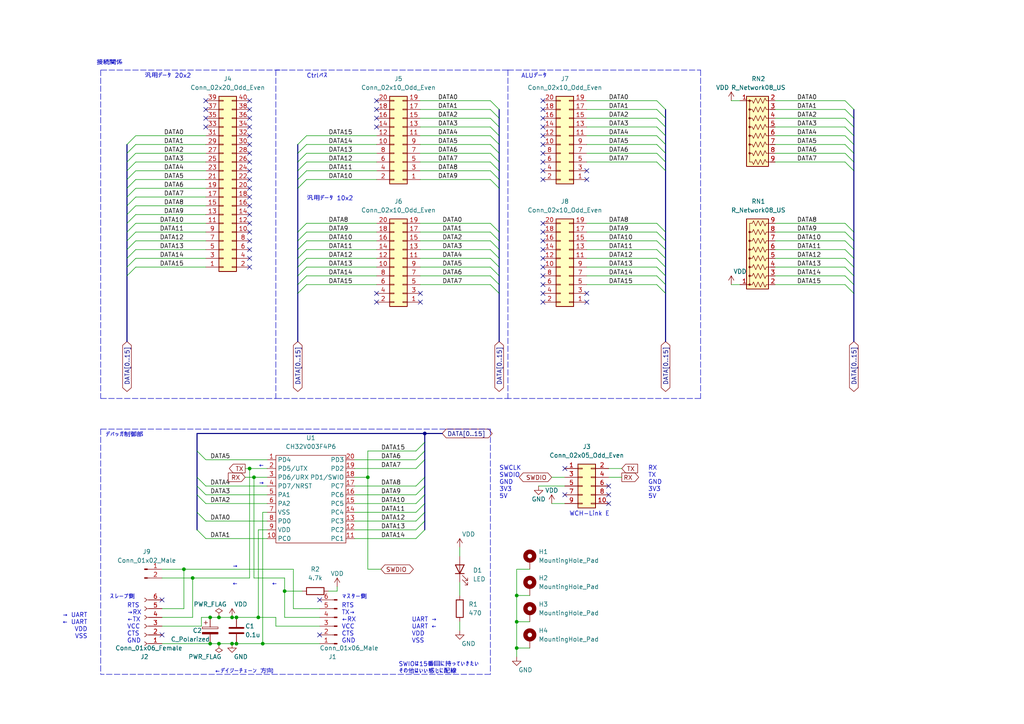
<source format=kicad_sch>
(kicad_sch (version 20211123) (generator eeschema)
  (paper "A4")
  (lib_symbols
    (symbol "CH32V:CH32V003F4P6"
      (property "Reference" "U" (at 0 0 0))
      (property "Value" "CH32V003F4P6" (at 0 2.54 0))
      (symbol "CH32V003F4P6_1_1"
        (pin bidirectional line (at -12.7 -2.54 0) (length 2.54) (name "PD4") (number "1"))
        (pin bidirectional line (at -12.7 -25.4 0) (length 2.54) (name "PC0") (number "10"))
        (pin bidirectional line (at 12.7 -25.4 180) (length 2.54) (name "PC1") (number "11"))
        (pin bidirectional line (at 12.7 -22.86 180) (length 2.54) (name "PC2") (number "12"))
        (pin bidirectional line (at 12.7 -20.32 180) (length 2.54) (name "PC3") (number "13"))
        (pin bidirectional line (at 12.7 -17.78 180) (length 2.54) (name "PC4") (number "14"))
        (pin bidirectional line (at 12.7 -15.24 180) (length 2.54) (name "PC5") (number "15"))
        (pin bidirectional line (at 12.7 -12.7 180) (length 2.54) (name "PC6") (number "16"))
        (pin bidirectional line (at 12.7 -10.16 180) (length 2.54) (name "PC7") (number "17"))
        (pin bidirectional line (at 12.7 -7.62 180) (length 2.54) (name "PD1/SWIO") (number "18"))
        (pin bidirectional line (at 12.7 -5.08 180) (length 2.54) (name "PD2") (number "19"))
        (pin bidirectional line (at -12.7 -5.08 0) (length 2.54) (name "PD5/UTX") (number "2"))
        (pin bidirectional line (at 12.7 -2.54 180) (length 2.54) (name "PD3") (number "20"))
        (pin bidirectional line (at -12.7 -7.62 0) (length 2.54) (name "PD6/URX") (number "3"))
        (pin bidirectional line (at -12.7 -10.16 0) (length 2.54) (name "PD7/NRST") (number "4"))
        (pin bidirectional line (at -12.7 -12.7 0) (length 2.54) (name "PA1") (number "5"))
        (pin bidirectional line (at -12.7 -15.24 0) (length 2.54) (name "PA2") (number "6"))
        (pin power_in line (at -12.7 -17.78 0) (length 2.54) (name "VSS") (number "7"))
        (pin bidirectional line (at -12.7 -20.32 0) (length 2.54) (name "PD0") (number "8"))
        (pin power_in line (at -12.7 -22.86 0) (length 2.54) (name "VDD") (number "9"))
      )
    )
    (symbol "Connector:Conn_01x02_Male" (pin_names (offset 1.016) hide)
      (property "Reference" "J" (at 0 2.54 0))
      (property "Value" "Conn_01x02_Male" (at 0 -5.08 0))
      (symbol "Conn_01x02_Male_1_1"
        (pin passive line (at 5.08 0 180) (length 3.81) (name "Pin_1") (number "1"))
        (pin passive line (at 5.08 -2.54 180) (length 3.81) (name "Pin_2") (number "2"))
      )
    )
    (symbol "Connector:Conn_01x06_Female" (pin_names (offset 1.016) hide)
      (property "Reference" "J" (at 0 7.62 0))
      (property "Value" "Conn_01x06_Female" (at 0 -10.16 0))
      (symbol "Conn_01x06_Female_1_1"
        (pin passive line (at -5.08 5.08 0) (length 3.81) (name "Pin_1") (number "1"))
        (pin passive line (at -5.08 2.54 0) (length 3.81) (name "Pin_2") (number "2"))
        (pin passive line (at -5.08 0 0) (length 3.81) (name "Pin_3") (number "3"))
        (pin passive line (at -5.08 -2.54 0) (length 3.81) (name "Pin_4") (number "4"))
        (pin passive line (at -5.08 -5.08 0) (length 3.81) (name "Pin_5") (number "5"))
        (pin passive line (at -5.08 -7.62 0) (length 3.81) (name "Pin_6") (number "6"))
      )
    )
    (symbol "Connector:Conn_01x06_Male" (pin_names (offset 1.016) hide)
      (property "Reference" "J" (at 0 7.62 0))
      (property "Value" "Conn_01x06_Male" (at 0 -10.16 0))
      (symbol "Conn_01x06_Male_1_1"
        (pin passive line (at 5.08 5.08 180) (length 3.81) (name "Pin_1") (number "1"))
        (pin passive line (at 5.08 2.54 180) (length 3.81) (name "Pin_2") (number "2"))
        (pin passive line (at 5.08 0 180) (length 3.81) (name "Pin_3") (number "3"))
        (pin passive line (at 5.08 -2.54 180) (length 3.81) (name "Pin_4") (number "4"))
        (pin passive line (at 5.08 -5.08 180) (length 3.81) (name "Pin_5") (number "5"))
        (pin passive line (at 5.08 -7.62 180) (length 3.81) (name "Pin_6") (number "6"))
      )
    )
    (symbol "Connector_Generic:Conn_02x05_Odd_Even" (pin_names (offset 1.016) hide)
      (property "Reference" "J" (at 1.27 7.62 0))
      (property "Value" "Conn_02x05_Odd_Even" (at 1.27 -7.62 0))
      (symbol "Conn_02x05_Odd_Even_1_1"
        (pin passive line (at -5.08 5.08 0) (length 3.81) (name "Pin_1") (number "1"))
        (pin passive line (at 7.62 -5.08 180) (length 3.81) (name "Pin_10") (number "10"))
        (pin passive line (at 7.62 5.08 180) (length 3.81) (name "Pin_2") (number "2"))
        (pin passive line (at -5.08 2.54 0) (length 3.81) (name "Pin_3") (number "3"))
        (pin passive line (at 7.62 2.54 180) (length 3.81) (name "Pin_4") (number "4"))
        (pin passive line (at -5.08 0 0) (length 3.81) (name "Pin_5") (number "5"))
        (pin passive line (at 7.62 0 180) (length 3.81) (name "Pin_6") (number "6"))
        (pin passive line (at -5.08 -2.54 0) (length 3.81) (name "Pin_7") (number "7"))
        (pin passive line (at 7.62 -2.54 180) (length 3.81) (name "Pin_8") (number "8"))
        (pin passive line (at -5.08 -5.08 0) (length 3.81) (name "Pin_9") (number "9"))
      )
    )
    (symbol "Connector_Generic:Conn_02x10_Odd_Even" (pin_names (offset 1.016) hide)
      (property "Reference" "J" (at 1.27 12.7 0))
      (property "Value" "Conn_02x10_Odd_Even" (at 1.27 -15.24 0))
      (symbol "Conn_02x10_Odd_Even_1_1"
        (pin passive line (at -5.08 10.16 0) (length 3.81) (name "Pin_1") (number "1"))
        (pin passive line (at 7.62 0 180) (length 3.81) (name "Pin_10") (number "10"))
        (pin passive line (at -5.08 -2.54 0) (length 3.81) (name "Pin_11") (number "11"))
        (pin passive line (at 7.62 -2.54 180) (length 3.81) (name "Pin_12") (number "12"))
        (pin passive line (at -5.08 -5.08 0) (length 3.81) (name "Pin_13") (number "13"))
        (pin passive line (at 7.62 -5.08 180) (length 3.81) (name "Pin_14") (number "14"))
        (pin passive line (at -5.08 -7.62 0) (length 3.81) (name "Pin_15") (number "15"))
        (pin passive line (at 7.62 -7.62 180) (length 3.81) (name "Pin_16") (number "16"))
        (pin passive line (at -5.08 -10.16 0) (length 3.81) (name "Pin_17") (number "17"))
        (pin passive line (at 7.62 -10.16 180) (length 3.81) (name "Pin_18") (number "18"))
        (pin passive line (at -5.08 -12.7 0) (length 3.81) (name "Pin_19") (number "19"))
        (pin passive line (at 7.62 10.16 180) (length 3.81) (name "Pin_2") (number "2"))
        (pin passive line (at 7.62 -12.7 180) (length 3.81) (name "Pin_20") (number "20"))
        (pin passive line (at -5.08 7.62 0) (length 3.81) (name "Pin_3") (number "3"))
        (pin passive line (at 7.62 7.62 180) (length 3.81) (name "Pin_4") (number "4"))
        (pin passive line (at -5.08 5.08 0) (length 3.81) (name "Pin_5") (number "5"))
        (pin passive line (at 7.62 5.08 180) (length 3.81) (name "Pin_6") (number "6"))
        (pin passive line (at -5.08 2.54 0) (length 3.81) (name "Pin_7") (number "7"))
        (pin passive line (at 7.62 2.54 180) (length 3.81) (name "Pin_8") (number "8"))
        (pin passive line (at -5.08 0 0) (length 3.81) (name "Pin_9") (number "9"))
      )
    )
    (symbol "Connector_Generic:Conn_02x20_Odd_Even" (pin_names (offset 1.016) hide)
      (property "Reference" "J" (at 1.27 25.4 0))
      (property "Value" "Conn_02x20_Odd_Even" (at 1.27 -27.94 0))
      (symbol "Conn_02x20_Odd_Even_1_1"
        (pin passive line (at -5.08 22.86 0) (length 3.81) (name "Pin_1") (number "1"))
        (pin passive line (at 7.62 12.7 180) (length 3.81) (name "Pin_10") (number "10"))
        (pin passive line (at -5.08 10.16 0) (length 3.81) (name "Pin_11") (number "11"))
        (pin passive line (at 7.62 10.16 180) (length 3.81) (name "Pin_12") (number "12"))
        (pin passive line (at -5.08 7.62 0) (length 3.81) (name "Pin_13") (number "13"))
        (pin passive line (at 7.62 7.62 180) (length 3.81) (name "Pin_14") (number "14"))
        (pin passive line (at -5.08 5.08 0) (length 3.81) (name "Pin_15") (number "15"))
        (pin passive line (at 7.62 5.08 180) (length 3.81) (name "Pin_16") (number "16"))
        (pin passive line (at -5.08 2.54 0) (length 3.81) (name "Pin_17") (number "17"))
        (pin passive line (at 7.62 2.54 180) (length 3.81) (name "Pin_18") (number "18"))
        (pin passive line (at -5.08 0 0) (length 3.81) (name "Pin_19") (number "19"))
        (pin passive line (at 7.62 22.86 180) (length 3.81) (name "Pin_2") (number "2"))
        (pin passive line (at 7.62 0 180) (length 3.81) (name "Pin_20") (number "20"))
        (pin passive line (at -5.08 -2.54 0) (length 3.81) (name "Pin_21") (number "21"))
        (pin passive line (at 7.62 -2.54 180) (length 3.81) (name "Pin_22") (number "22"))
        (pin passive line (at -5.08 -5.08 0) (length 3.81) (name "Pin_23") (number "23"))
        (pin passive line (at 7.62 -5.08 180) (length 3.81) (name "Pin_24") (number "24"))
        (pin passive line (at -5.08 -7.62 0) (length 3.81) (name "Pin_25") (number "25"))
        (pin passive line (at 7.62 -7.62 180) (length 3.81) (name "Pin_26") (number "26"))
        (pin passive line (at -5.08 -10.16 0) (length 3.81) (name "Pin_27") (number "27"))
        (pin passive line (at 7.62 -10.16 180) (length 3.81) (name "Pin_28") (number "28"))
        (pin passive line (at -5.08 -12.7 0) (length 3.81) (name "Pin_29") (number "29"))
        (pin passive line (at -5.08 20.32 0) (length 3.81) (name "Pin_3") (number "3"))
        (pin passive line (at 7.62 -12.7 180) (length 3.81) (name "Pin_30") (number "30"))
        (pin passive line (at -5.08 -15.24 0) (length 3.81) (name "Pin_31") (number "31"))
        (pin passive line (at 7.62 -15.24 180) (length 3.81) (name "Pin_32") (number "32"))
        (pin passive line (at -5.08 -17.78 0) (length 3.81) (name "Pin_33") (number "33"))
        (pin passive line (at 7.62 -17.78 180) (length 3.81) (name "Pin_34") (number "34"))
        (pin passive line (at -5.08 -20.32 0) (length 3.81) (name "Pin_35") (number "35"))
        (pin passive line (at 7.62 -20.32 180) (length 3.81) (name "Pin_36") (number "36"))
        (pin passive line (at -5.08 -22.86 0) (length 3.81) (name "Pin_37") (number "37"))
        (pin passive line (at 7.62 -22.86 180) (length 3.81) (name "Pin_38") (number "38"))
        (pin passive line (at -5.08 -25.4 0) (length 3.81) (name "Pin_39") (number "39"))
        (pin passive line (at 7.62 20.32 180) (length 3.81) (name "Pin_4") (number "4"))
        (pin passive line (at 7.62 -25.4 180) (length 3.81) (name "Pin_40") (number "40"))
        (pin passive line (at -5.08 17.78 0) (length 3.81) (name "Pin_5") (number "5"))
        (pin passive line (at 7.62 17.78 180) (length 3.81) (name "Pin_6") (number "6"))
        (pin passive line (at -5.08 15.24 0) (length 3.81) (name "Pin_7") (number "7"))
        (pin passive line (at 7.62 15.24 180) (length 3.81) (name "Pin_8") (number "8"))
        (pin passive line (at -5.08 12.7 0) (length 3.81) (name "Pin_9") (number "9"))
      )
    )
    (symbol "Device:C" (pin_numbers hide) (pin_names (offset 0.254))
      (property "Reference" "C" (at 0.635 2.54 0))
      (property "Value" "C" (at 0.635 -2.54 0))
      (symbol "C_1_1"
        (pin passive line (at 0 3.81 270) (length 2.794) (name "~") (number "1"))
        (pin passive line (at 0 -3.81 90) (length 2.794) (name "~") (number "2"))
      )
    )
    (symbol "Device:C_Polarized" (pin_numbers hide) (pin_names (offset 0.254))
      (property "Reference" "C" (at 0.635 2.54 0))
      (property "Value" "C_Polarized" (at 0.635 -2.54 0))
      (symbol "C_Polarized_1_1"
        (pin passive line (at 0 3.81 270) (length 2.794) (name "~") (number "1"))
        (pin passive line (at 0 -3.81 90) (length 2.794) (name "~") (number "2"))
      )
    )
    (symbol "Device:LED" (pin_numbers hide) (pin_names (offset 1.016) hide)
      (property "Reference" "D" (at 0 2.54 0))
      (property "Value" "LED" (at 0 -2.54 0))
      (symbol "LED_1_1"
        (pin passive line (at -3.81 0 0) (length 2.54) (name "K") (number "1"))
        (pin passive line (at 3.81 0 180) (length 2.54) (name "A") (number "2"))
      )
    )
    (symbol "Device:R" (pin_numbers hide) (pin_names (offset 0))
      (property "Reference" "R" (at 2.032 0 90))
      (property "Value" "R" (at 0 0 90))
      (symbol "R_1_1"
        (pin passive line (at 0 3.81 270) (length 1.27) (name "~") (number "1"))
        (pin passive line (at 0 -3.81 90) (length 1.27) (name "~") (number "2"))
      )
    )
    (symbol "Device:R_Network08_US" (pin_names (offset 0) hide)
      (property "Reference" "RN" (at -12.7 0 90))
      (property "Value" "R_Network08_US" (at 10.16 0 90))
      (symbol "R_Network08_US_1_1"
        (pin passive line (at -10.16 5.08 270) (length 2.54) (name "common") (number "1"))
        (pin passive line (at -10.16 -5.08 90) (length 1.27) (name "R1") (number "2"))
        (pin passive line (at -7.62 -5.08 90) (length 1.27) (name "R2") (number "3"))
        (pin passive line (at -5.08 -5.08 90) (length 1.27) (name "R3") (number "4"))
        (pin passive line (at -2.54 -5.08 90) (length 1.27) (name "R4") (number "5"))
        (pin passive line (at 0 -5.08 90) (length 1.27) (name "R5") (number "6"))
        (pin passive line (at 2.54 -5.08 90) (length 1.27) (name "R6") (number "7"))
        (pin passive line (at 5.08 -5.08 90) (length 1.27) (name "R7") (number "8"))
        (pin passive line (at 7.62 -5.08 90) (length 1.27) (name "R8") (number "9"))
      )
    )
    (symbol "Mechanical:MountingHole_Pad" (pin_numbers hide) (pin_names (offset 1.016) hide)
      (property "Reference" "H" (at 0 6.35 0))
      (property "Value" "MountingHole_Pad" (at 0 4.445 0))
      (symbol "MountingHole_Pad_1_1"
        (pin input line (at 0 -2.54 90) (length 2.54) (name "1") (number "1"))
      )
    )
    (symbol "power:GND" (power) (pin_names (offset 0))
      (property "Value" "GND" (at 0 -3.81 0))
      (symbol "GND_1_1"
        (pin power_in line (at 0 0 270) (length 0) hide (name "GND") (number "1"))
      )
    )
    (symbol "power:PWR_FLAG" (power) (pin_numbers hide) (pin_names (offset 0) hide)
      (property "Value" "PWR_FLAG" (at 0 3.81 0))
      (symbol "PWR_FLAG_0_0"
        (pin power_out line (at 0 0 90) (length 0) (name "pwr") (number "1"))
      )
    )
    (symbol "power:VDD" (power) (pin_names (offset 0))
      (property "Value" "VDD" (at 0 3.81 0))
      (symbol "VDD_1_1"
        (pin power_in line (at 0 0 90) (length 0) hide (name "VDD") (number "1"))
      )
    )
  )
  (junction (at 63.5 186.69))
  (junction (at 60.96 179.07))
  (junction (at 73.66 138.43))
  (junction (at 68.58 179.07))
  (junction (at 53.34 165.1))
  (junction (at 63.5 179.07))
  (junction (at 74.93 179.07))
  (junction (at 60.96 186.69))
  (junction (at 55.88 167.64))
  (junction (at 68.58 186.69))
  (junction (at 123.19 125.73))
  (junction (at 149.86 180.34))
  (junction (at 106.68 138.43))
  (junction (at 67.31 186.69))
  (junction (at 67.31 179.07))
  (junction (at 72.39 135.89))
  (junction (at 82.55 171.45))
  (junction (at 149.86 172.72))
  (junction (at 149.86 187.96))
  (junction (at 76.2 186.69))
  (no_connect (at 157.48 29.21))
  (no_connect (at 92.71 173.99))
  (no_connect (at 92.71 184.15))
  (no_connect (at 46.99 184.15))
  (no_connect (at 46.99 173.99))
  (no_connect (at 109.22 29.21))
  (no_connect (at 109.22 31.75))
  (no_connect (at 121.92 87.63))
  (no_connect (at 109.22 87.63))
  (no_connect (at 109.22 85.09))
  (no_connect (at 121.92 85.09))
  (no_connect (at 176.53 140.97))
  (no_connect (at 176.53 146.05))
  (no_connect (at 72.39 67.31))
  (no_connect (at 72.39 69.85))
  (no_connect (at 72.39 36.83))
  (no_connect (at 72.39 39.37))
  (no_connect (at 72.39 29.21))
  (no_connect (at 72.39 31.75))
  (no_connect (at 72.39 34.29))
  (no_connect (at 72.39 64.77))
  (no_connect (at 72.39 59.69))
  (no_connect (at 72.39 54.61))
  (no_connect (at 72.39 62.23))
  (no_connect (at 72.39 57.15))
  (no_connect (at 72.39 44.45))
  (no_connect (at 72.39 41.91))
  (no_connect (at 72.39 46.99))
  (no_connect (at 72.39 49.53))
  (no_connect (at 72.39 52.07))
  (no_connect (at 59.69 36.83))
  (no_connect (at 59.69 34.29))
  (no_connect (at 59.69 31.75))
  (no_connect (at 59.69 29.21))
  (no_connect (at 72.39 72.39))
  (no_connect (at 72.39 74.93))
  (no_connect (at 72.39 77.47))
  (no_connect (at 176.53 143.51))
  (no_connect (at 163.83 143.51))
  (no_connect (at 163.83 135.89))
  (no_connect (at 157.48 77.47))
  (no_connect (at 157.48 74.93))
  (no_connect (at 157.48 69.85))
  (no_connect (at 170.18 85.09))
  (no_connect (at 157.48 82.55))
  (no_connect (at 157.48 85.09))
  (no_connect (at 157.48 87.63))
  (no_connect (at 157.48 80.01))
  (no_connect (at 157.48 72.39))
  (no_connect (at 170.18 87.63))
  (no_connect (at 157.48 36.83))
  (no_connect (at 157.48 46.99))
  (no_connect (at 157.48 39.37))
  (no_connect (at 157.48 41.91))
  (no_connect (at 157.48 67.31))
  (no_connect (at 157.48 52.07))
  (no_connect (at 157.48 64.77))
  (no_connect (at 157.48 44.45))
  (no_connect (at 170.18 49.53))
  (no_connect (at 157.48 49.53))
  (no_connect (at 170.18 52.07))
  (no_connect (at 157.48 34.29))
  (no_connect (at 157.48 31.75))
  (no_connect (at 109.22 36.83))
  (no_connect (at 109.22 34.29))
  (bus_entry (at 39.37 52.07) (size -2.54 2.54))
  (bus_entry (at 39.37 77.47) (size -2.54 2.54))
  (bus_entry (at 245.11 39.37) (size 2.54 2.54))
  (bus_entry (at 245.11 46.99) (size 2.54 2.54))
  (bus_entry (at 190.5 44.45) (size 2.54 2.54))
  (bus_entry (at 39.37 72.39) (size -2.54 2.54))
  (bus_entry (at 245.11 80.01) (size 2.54 2.54))
  (bus_entry (at 190.5 82.55) (size 2.54 2.54))
  (bus_entry (at 190.5 34.29) (size 2.54 2.54))
  (bus_entry (at 190.5 31.75) (size 2.54 2.54))
  (bus_entry (at 190.5 29.21) (size 2.54 2.54))
  (bus_entry (at 39.37 39.37) (size -2.54 2.54))
  (bus_entry (at 190.5 41.91) (size 2.54 2.54))
  (bus_entry (at 39.37 74.93) (size -2.54 2.54))
  (bus_entry (at 245.11 77.47) (size 2.54 2.54))
  (bus_entry (at 190.5 69.85) (size 2.54 2.54))
  (bus_entry (at 245.11 82.55) (size 2.54 2.54))
  (bus_entry (at 245.11 64.77) (size 2.54 2.54))
  (bus_entry (at 245.11 34.29) (size 2.54 2.54))
  (bus_entry (at 245.11 72.39) (size 2.54 2.54))
  (bus_entry (at 39.37 62.23) (size -2.54 2.54))
  (bus_entry (at 245.11 69.85) (size 2.54 2.54))
  (bus_entry (at 86.36 82.55) (size 2.54 -2.54))
  (bus_entry (at 86.36 80.01) (size 2.54 -2.54))
  (bus_entry (at 86.36 85.09) (size 2.54 -2.54))
  (bus_entry (at 86.36 77.47) (size 2.54 -2.54))
  (bus_entry (at 86.36 74.93) (size 2.54 -2.54))
  (bus_entry (at 86.36 69.85) (size 2.54 -2.54))
  (bus_entry (at 86.36 67.31) (size 2.54 -2.54))
  (bus_entry (at 86.36 72.39) (size 2.54 -2.54))
  (bus_entry (at 86.36 54.61) (size 2.54 -2.54))
  (bus_entry (at 86.36 49.53) (size 2.54 -2.54))
  (bus_entry (at 86.36 52.07) (size 2.54 -2.54))
  (bus_entry (at 86.36 46.99) (size 2.54 -2.54))
  (bus_entry (at 86.36 44.45) (size 2.54 -2.54))
  (bus_entry (at 86.36 41.91) (size 2.54 -2.54))
  (bus_entry (at 142.24 39.37) (size 2.54 2.54))
  (bus_entry (at 142.24 36.83) (size 2.54 2.54))
  (bus_entry (at 142.24 34.29) (size 2.54 2.54))
  (bus_entry (at 142.24 29.21) (size 2.54 2.54))
  (bus_entry (at 142.24 31.75) (size 2.54 2.54))
  (bus_entry (at 142.24 49.53) (size 2.54 2.54))
  (bus_entry (at 142.24 46.99) (size 2.54 2.54))
  (bus_entry (at 142.24 44.45) (size 2.54 2.54))
  (bus_entry (at 142.24 41.91) (size 2.54 2.54))
  (bus_entry (at 142.24 67.31) (size 2.54 2.54))
  (bus_entry (at 142.24 64.77) (size 2.54 2.54))
  (bus_entry (at 142.24 52.07) (size 2.54 2.54))
  (bus_entry (at 142.24 69.85) (size 2.54 2.54))
  (bus_entry (at 142.24 74.93) (size 2.54 2.54))
  (bus_entry (at 142.24 72.39) (size 2.54 2.54))
  (bus_entry (at 142.24 77.47) (size 2.54 2.54))
  (bus_entry (at 142.24 80.01) (size 2.54 2.54))
  (bus_entry (at 142.24 82.55) (size 2.54 2.54))
  (bus_entry (at 245.11 41.91) (size 2.54 2.54))
  (bus_entry (at 190.5 36.83) (size 2.54 2.54))
  (bus_entry (at 39.37 59.69) (size -2.54 2.54))
  (bus_entry (at 245.11 29.21) (size 2.54 2.54))
  (bus_entry (at 39.37 44.45) (size -2.54 2.54))
  (bus_entry (at 190.5 64.77) (size 2.54 2.54))
  (bus_entry (at 245.11 74.93) (size 2.54 2.54))
  (bus_entry (at 190.5 46.99) (size 2.54 2.54))
  (bus_entry (at 190.5 74.93) (size 2.54 2.54))
  (bus_entry (at 39.37 49.53) (size -2.54 2.54))
  (bus_entry (at 190.5 72.39) (size 2.54 2.54))
  (bus_entry (at 245.11 31.75) (size 2.54 2.54))
  (bus_entry (at 39.37 67.31) (size -2.54 2.54))
  (bus_entry (at 39.37 57.15) (size -2.54 2.54))
  (bus_entry (at 39.37 41.91) (size -2.54 2.54))
  (bus_entry (at 120.65 130.81) (size 2.54 -2.54))
  (bus_entry (at 190.5 39.37) (size 2.54 2.54))
  (bus_entry (at 39.37 69.85) (size -2.54 2.54))
  (bus_entry (at 39.37 64.77) (size -2.54 2.54))
  (bus_entry (at 245.11 36.83) (size 2.54 2.54))
  (bus_entry (at 39.37 46.99) (size -2.54 2.54))
  (bus_entry (at 120.65 156.21) (size 2.54 -2.54))
  (bus_entry (at 120.65 153.67) (size 2.54 -2.54))
  (bus_entry (at 120.65 151.13) (size 2.54 -2.54))
  (bus_entry (at 120.65 148.59) (size 2.54 -2.54))
  (bus_entry (at 120.65 143.51) (size 2.54 -2.54))
  (bus_entry (at 120.65 140.97) (size 2.54 -2.54))
  (bus_entry (at 120.65 135.89) (size 2.54 -2.54))
  (bus_entry (at 120.65 133.35) (size 2.54 -2.54))
  (bus_entry (at 120.65 146.05) (size 2.54 -2.54))
  (bus_entry (at 57.15 130.81) (size 2.54 2.54))
  (bus_entry (at 57.15 153.67) (size 2.54 2.54))
  (bus_entry (at 57.15 143.51) (size 2.54 2.54))
  (bus_entry (at 57.15 138.43) (size 2.54 2.54))
  (bus_entry (at 57.15 140.97) (size 2.54 2.54))
  (bus_entry (at 57.15 148.59) (size 2.54 2.54))
  (bus_entry (at 190.5 80.01) (size 2.54 2.54))
  (bus_entry (at 245.11 44.45) (size 2.54 2.54))
  (bus_entry (at 190.5 77.47) (size 2.54 2.54))
  (bus_entry (at 190.5 67.31) (size 2.54 2.54))
  (bus_entry (at 245.11 67.31) (size 2.54 2.54))
  (bus_entry (at 39.37 54.61) (size -2.54 2.54))
  (wire (pts (xy 59.69 143.51) (xy 77.47 143.51)))
  (wire (pts (xy 170.18 74.93) (xy 190.5 74.93)))
  (bus (pts (xy 144.78 80.01) (xy 144.78 82.55)))
  (wire (pts (xy 60.96 179.07) (xy 63.5 179.07)))
  (bus (pts (xy 247.65 74.93) (xy 247.65 77.47)))
  (bus (pts (xy 86.36 67.31) (xy 86.36 69.85)))
  (wire (pts (xy 85.09 165.1) (xy 85.09 176.53)))
  (wire (pts (xy 102.87 140.97) (xy 120.65 140.97)))
  (bus (pts (xy 86.36 74.93) (xy 86.36 77.47)))
  (bus (pts (xy 247.65 77.47) (xy 247.65 80.01)))
  (wire (pts (xy 121.92 52.07) (xy 142.24 52.07)))
  (polyline (pts (xy 147.32 20.32) (xy 203.2 20.32)))
  (wire (pts (xy 46.99 186.69) (xy 60.96 186.69)))
  (bus (pts (xy 144.78 31.75) (xy 144.78 34.29)))
  (wire (pts (xy 88.9 67.31) (xy 109.22 67.31)))
  (bus (pts (xy 193.04 72.39) (xy 193.04 74.93)))
  (bus (pts (xy 193.04 46.99) (xy 193.04 49.53)))
  (wire (pts (xy 59.69 77.47) (xy 39.37 77.47)))
  (wire (pts (xy 88.9 64.77) (xy 109.22 64.77)))
  (bus (pts (xy 193.04 44.45) (xy 193.04 46.99)))
  (bus (pts (xy 57.15 148.59) (xy 57.15 153.67)))
  (wire (pts (xy 121.92 49.53) (xy 142.24 49.53)))
  (wire (pts (xy 176.53 135.89) (xy 180.34 135.89)))
  (bus (pts (xy 36.83 62.23) (xy 36.83 64.77)))
  (wire (pts (xy 59.69 151.13) (xy 77.47 151.13)))
  (wire (pts (xy 53.34 165.1) (xy 53.34 176.53)))
  (wire (pts (xy 224.79 82.55) (xy 245.11 82.55)))
  (wire (pts (xy 88.9 77.47) (xy 109.22 77.47)))
  (bus (pts (xy 36.83 69.85) (xy 36.83 72.39)))
  (wire (pts (xy 153.67 165.1) (xy 149.86 165.1)))
  (wire (pts (xy 121.92 64.77) (xy 142.24 64.77)))
  (bus (pts (xy 36.83 57.15) (xy 36.83 59.69)))
  (bus (pts (xy 57.15 140.97) (xy 57.15 143.51)))
  (bus (pts (xy 144.78 82.55) (xy 144.78 85.09)))
  (bus (pts (xy 247.65 49.53) (xy 247.65 67.31)))
  (wire (pts (xy 59.69 39.37) (xy 39.37 39.37)))
  (wire (pts (xy 46.99 176.53) (xy 53.34 176.53)))
  (wire (pts (xy 106.68 130.81) (xy 106.68 138.43)))
  (wire (pts (xy 59.69 69.85) (xy 39.37 69.85)))
  (bus (pts (xy 36.83 72.39) (xy 36.83 74.93)))
  (bus (pts (xy 123.19 133.35) (xy 123.19 130.81)))
  (bus (pts (xy 247.65 82.55) (xy 247.65 85.09)))
  (wire (pts (xy 170.18 44.45) (xy 190.5 44.45)))
  (bus (pts (xy 57.15 125.73) (xy 57.15 130.81)))
  (wire (pts (xy 59.69 46.99) (xy 39.37 46.99)))
  (wire (pts (xy 102.87 153.67) (xy 120.65 153.67)))
  (bus (pts (xy 193.04 49.53) (xy 193.04 67.31)))
  (bus (pts (xy 123.19 130.81) (xy 123.19 128.27)))
  (wire (pts (xy 58.42 179.07) (xy 60.96 179.07)))
  (wire (pts (xy 149.86 172.72) (xy 149.86 180.34)))
  (wire (pts (xy 224.79 46.99) (xy 245.11 46.99)))
  (wire (pts (xy 224.79 80.01) (xy 245.11 80.01)))
  (wire (pts (xy 88.9 74.93) (xy 109.22 74.93)))
  (wire (pts (xy 121.92 77.47) (xy 142.24 77.47)))
  (wire (pts (xy 102.87 148.59) (xy 120.65 148.59)))
  (wire (pts (xy 59.69 140.97) (xy 77.47 140.97)))
  (wire (pts (xy 224.79 72.39) (xy 245.11 72.39)))
  (wire (pts (xy 224.79 69.85) (xy 245.11 69.85)))
  (wire (pts (xy 77.47 135.89) (xy 72.39 135.89)))
  (wire (pts (xy 224.79 77.47) (xy 245.11 77.47)))
  (wire (pts (xy 58.42 181.61) (xy 58.42 179.07)))
  (wire (pts (xy 121.92 46.99) (xy 142.24 46.99)))
  (wire (pts (xy 133.35 168.91) (xy 133.35 172.72)))
  (wire (pts (xy 121.92 29.21) (xy 142.24 29.21)))
  (bus (pts (xy 247.65 46.99) (xy 247.65 49.53)))
  (bus (pts (xy 86.36 49.53) (xy 86.36 52.07)))
  (bus (pts (xy 247.65 72.39) (xy 247.65 74.93)))
  (bus (pts (xy 57.15 138.43) (xy 57.15 140.97)))
  (bus (pts (xy 193.04 41.91) (xy 193.04 44.45)))
  (bus (pts (xy 247.65 31.75) (xy 247.65 34.29)))
  (polyline (pts (xy 203.2 115.57) (xy 147.32 115.57)))
  (wire (pts (xy 68.58 186.69) (xy 76.2 186.69)))
  (wire (pts (xy 59.69 54.61) (xy 39.37 54.61)))
  (wire (pts (xy 59.69 57.15) (xy 39.37 57.15)))
  (bus (pts (xy 57.15 130.81) (xy 57.15 138.43)))
  (bus (pts (xy 86.36 82.55) (xy 86.36 85.09)))
  (wire (pts (xy 121.92 41.91) (xy 142.24 41.91)))
  (wire (pts (xy 170.18 34.29) (xy 190.5 34.29)))
  (bus (pts (xy 123.19 140.97) (xy 123.19 138.43)))
  (bus (pts (xy 193.04 77.47) (xy 193.04 80.01)))
  (wire (pts (xy 80.01 179.07) (xy 80.01 181.61)))
  (wire (pts (xy 121.92 67.31) (xy 142.24 67.31)))
  (bus (pts (xy 36.83 74.93) (xy 36.83 77.47)))
  (wire (pts (xy 106.68 130.81) (xy 120.65 130.81)))
  (wire (pts (xy 170.18 31.75) (xy 190.5 31.75)))
  (wire (pts (xy 149.86 187.96) (xy 149.86 190.5)))
  (polyline (pts (xy 81.28 20.32) (xy 29.21 20.32)))
  (wire (pts (xy 212.09 82.55) (xy 214.63 82.55)))
  (wire (pts (xy 176.53 138.43) (xy 180.34 138.43)))
  (wire (pts (xy 67.31 179.07) (xy 68.58 179.07)))
  (wire (pts (xy 55.88 167.64) (xy 72.39 167.64)))
  (bus (pts (xy 247.65 34.29) (xy 247.65 36.83)))
  (wire (pts (xy 170.18 36.83) (xy 190.5 36.83)))
  (bus (pts (xy 144.78 69.85) (xy 144.78 72.39)))
  (polyline (pts (xy 29.21 20.32) (xy 29.21 115.57)))
  (polyline (pts (xy 203.2 20.32) (xy 203.2 115.57)))
  (bus (pts (xy 193.04 36.83) (xy 193.04 39.37)))
  (wire (pts (xy 170.18 82.55) (xy 190.5 82.55)))
  (wire (pts (xy 59.69 41.91) (xy 39.37 41.91)))
  (wire (pts (xy 68.58 179.07) (xy 74.93 179.07)))
  (wire (pts (xy 55.88 167.64) (xy 55.88 179.07)))
  (wire (pts (xy 121.92 82.55) (xy 142.24 82.55)))
  (bus (pts (xy 36.83 54.61) (xy 36.83 57.15)))
  (wire (pts (xy 163.83 138.43) (xy 160.02 138.43)))
  (bus (pts (xy 247.65 41.91) (xy 247.65 44.45)))
  (wire (pts (xy 73.66 138.43) (xy 73.66 167.64)))
  (polyline (pts (xy 80.01 20.32) (xy 80.01 115.57)))
  (polyline (pts (xy 142.24 195.58) (xy 29.21 195.58)))
  (wire (pts (xy 170.18 80.01) (xy 190.5 80.01)))
  (wire (pts (xy 121.92 34.29) (xy 142.24 34.29)))
  (bus (pts (xy 86.36 46.99) (xy 86.36 49.53)))
  (wire (pts (xy 224.79 74.93) (xy 245.11 74.93)))
  (bus (pts (xy 247.65 80.01) (xy 247.65 82.55)))
  (bus (pts (xy 144.78 46.99) (xy 144.78 49.53)))
  (bus (pts (xy 247.65 67.31) (xy 247.65 69.85)))
  (wire (pts (xy 63.5 186.69) (xy 67.31 186.69)))
  (bus (pts (xy 144.78 52.07) (xy 144.78 54.61)))
  (wire (pts (xy 59.69 74.93) (xy 39.37 74.93)))
  (wire (pts (xy 59.69 59.69) (xy 39.37 59.69)))
  (wire (pts (xy 76.2 186.69) (xy 92.71 186.69)))
  (bus (pts (xy 247.65 69.85) (xy 247.65 72.39)))
  (bus (pts (xy 193.04 74.93) (xy 193.04 77.47)))
  (bus (pts (xy 36.83 44.45) (xy 36.83 46.99)))
  (wire (pts (xy 163.83 140.97) (xy 156.21 140.97)))
  (wire (pts (xy 149.86 172.72) (xy 153.67 172.72)))
  (bus (pts (xy 144.78 72.39) (xy 144.78 74.93)))
  (wire (pts (xy 71.12 135.89) (xy 72.39 135.89)))
  (bus (pts (xy 36.83 46.99) (xy 36.83 49.53)))
  (wire (pts (xy 63.5 179.07) (xy 67.31 179.07)))
  (wire (pts (xy 121.92 31.75) (xy 142.24 31.75)))
  (wire (pts (xy 102.87 151.13) (xy 120.65 151.13)))
  (wire (pts (xy 170.18 77.47) (xy 190.5 77.47)))
  (bus (pts (xy 86.36 54.61) (xy 86.36 67.31)))
  (wire (pts (xy 59.69 44.45) (xy 39.37 44.45)))
  (bus (pts (xy 123.19 125.73) (xy 128.27 125.73)))
  (wire (pts (xy 88.9 80.01) (xy 109.22 80.01)))
  (wire (pts (xy 170.18 29.21) (xy 190.5 29.21)))
  (bus (pts (xy 193.04 31.75) (xy 193.04 34.29)))
  (wire (pts (xy 212.09 29.21) (xy 214.63 29.21)))
  (bus (pts (xy 123.19 143.51) (xy 123.19 140.97)))
  (wire (pts (xy 60.96 186.69) (xy 63.5 186.69)))
  (wire (pts (xy 170.18 69.85) (xy 190.5 69.85)))
  (wire (pts (xy 72.39 135.89) (xy 72.39 167.64)))
  (wire (pts (xy 224.79 36.83) (xy 245.11 36.83)))
  (wire (pts (xy 71.12 138.43) (xy 73.66 138.43)))
  (wire (pts (xy 82.55 167.64) (xy 82.55 171.45)))
  (wire (pts (xy 88.9 44.45) (xy 109.22 44.45)))
  (bus (pts (xy 86.36 72.39) (xy 86.36 74.93)))
  (bus (pts (xy 193.04 67.31) (xy 193.04 69.85)))
  (wire (pts (xy 106.68 138.43) (xy 106.68 165.1)))
  (wire (pts (xy 149.86 165.1) (xy 149.86 172.72)))
  (bus (pts (xy 36.83 59.69) (xy 36.83 62.23)))
  (wire (pts (xy 121.92 36.83) (xy 142.24 36.83)))
  (bus (pts (xy 144.78 36.83) (xy 144.78 39.37)))
  (wire (pts (xy 224.79 34.29) (xy 245.11 34.29)))
  (bus (pts (xy 247.65 85.09) (xy 247.65 99.06)))
  (bus (pts (xy 36.83 41.91) (xy 36.83 44.45)))
  (wire (pts (xy 82.55 179.07) (xy 82.55 171.45)))
  (wire (pts (xy 92.71 179.07) (xy 82.55 179.07)))
  (wire (pts (xy 77.47 153.67) (xy 74.93 153.67)))
  (wire (pts (xy 121.92 69.85) (xy 142.24 69.85)))
  (wire (pts (xy 224.79 64.77) (xy 245.11 64.77)))
  (wire (pts (xy 102.87 146.05) (xy 120.65 146.05)))
  (bus (pts (xy 36.83 67.31) (xy 36.83 69.85)))
  (wire (pts (xy 88.9 52.07) (xy 109.22 52.07)))
  (wire (pts (xy 102.87 143.51) (xy 120.65 143.51)))
  (wire (pts (xy 85.09 176.53) (xy 92.71 176.53)))
  (polyline (pts (xy 142.24 124.46) (xy 142.24 195.58)))
  (wire (pts (xy 88.9 72.39) (xy 109.22 72.39)))
  (wire (pts (xy 59.69 52.07) (xy 39.37 52.07)))
  (wire (pts (xy 46.99 181.61) (xy 58.42 181.61)))
  (wire (pts (xy 39.37 49.53) (xy 59.69 49.53)))
  (wire (pts (xy 133.35 182.88) (xy 133.35 180.34)))
  (bus (pts (xy 36.83 64.77) (xy 36.83 67.31)))
  (wire (pts (xy 163.83 146.05) (xy 160.02 146.05)))
  (wire (pts (xy 121.92 44.45) (xy 142.24 44.45)))
  (bus (pts (xy 193.04 80.01) (xy 193.04 82.55)))
  (bus (pts (xy 193.04 39.37) (xy 193.04 41.91)))
  (bus (pts (xy 123.19 146.05) (xy 123.19 143.51)))
  (wire (pts (xy 59.69 72.39) (xy 39.37 72.39)))
  (wire (pts (xy 67.31 186.69) (xy 68.58 186.69)))
  (bus (pts (xy 57.15 143.51) (xy 57.15 148.59)))
  (wire (pts (xy 170.18 41.91) (xy 190.5 41.91)))
  (wire (pts (xy 106.68 165.1) (xy 110.49 165.1)))
  (bus (pts (xy 144.78 49.53) (xy 144.78 52.07)))
  (wire (pts (xy 102.87 156.21) (xy 120.65 156.21)))
  (wire (pts (xy 149.86 180.34) (xy 153.67 180.34)))
  (bus (pts (xy 193.04 69.85) (xy 193.04 72.39)))
  (wire (pts (xy 121.92 74.93) (xy 142.24 74.93)))
  (wire (pts (xy 121.92 39.37) (xy 142.24 39.37)))
  (bus (pts (xy 144.78 39.37) (xy 144.78 41.91)))
  (wire (pts (xy 149.86 180.34) (xy 149.86 187.96)))
  (wire (pts (xy 170.18 67.31) (xy 190.5 67.31)))
  (bus (pts (xy 144.78 67.31) (xy 144.78 69.85)))
  (wire (pts (xy 46.99 167.64) (xy 55.88 167.64)))
  (wire (pts (xy 59.69 67.31) (xy 39.37 67.31)))
  (wire (pts (xy 88.9 41.91) (xy 109.22 41.91)))
  (bus (pts (xy 36.83 80.01) (xy 36.83 99.06)))
  (bus (pts (xy 36.83 77.47) (xy 36.83 80.01)))
  (wire (pts (xy 59.69 146.05) (xy 77.47 146.05)))
  (bus (pts (xy 247.65 39.37) (xy 247.65 41.91)))
  (wire (pts (xy 170.18 39.37) (xy 190.5 39.37)))
  (wire (pts (xy 39.37 62.23) (xy 59.69 62.23)))
  (bus (pts (xy 86.36 41.91) (xy 86.36 44.45)))
  (bus (pts (xy 36.83 52.07) (xy 36.83 54.61)))
  (bus (pts (xy 144.78 44.45) (xy 144.78 46.99)))
  (wire (pts (xy 53.34 165.1) (xy 85.09 165.1)))
  (bus (pts (xy 86.36 69.85) (xy 86.36 72.39)))
  (wire (pts (xy 224.79 44.45) (xy 245.11 44.45)))
  (wire (pts (xy 77.47 138.43) (xy 73.66 138.43)))
  (bus (pts (xy 86.36 80.01) (xy 86.36 82.55)))
  (bus (pts (xy 123.19 125.73) (xy 57.15 125.73)))
  (bus (pts (xy 123.19 138.43) (xy 123.19 133.35)))
  (bus (pts (xy 86.36 77.47) (xy 86.36 80.01)))
  (wire (pts (xy 102.87 135.89) (xy 120.65 135.89)))
  (bus (pts (xy 144.78 74.93) (xy 144.78 77.47)))
  (bus (pts (xy 86.36 52.07) (xy 86.36 54.61)))
  (wire (pts (xy 88.9 49.53) (xy 109.22 49.53)))
  (bus (pts (xy 144.78 54.61) (xy 144.78 67.31)))
  (polyline (pts (xy 29.21 124.46) (xy 29.21 195.58)))
  (polyline (pts (xy 147.32 20.32) (xy 80.01 20.32)))
  (bus (pts (xy 123.19 128.27) (xy 123.19 125.73)))
  (wire (pts (xy 88.9 69.85) (xy 109.22 69.85)))
  (wire (pts (xy 46.99 179.07) (xy 55.88 179.07)))
  (wire (pts (xy 224.79 31.75) (xy 245.11 31.75)))
  (wire (pts (xy 102.87 138.43) (xy 106.68 138.43)))
  (bus (pts (xy 144.78 41.91) (xy 144.78 44.45)))
  (wire (pts (xy 149.86 187.96) (xy 153.67 187.96)))
  (wire (pts (xy 74.93 179.07) (xy 80.01 179.07)))
  (bus (pts (xy 247.65 44.45) (xy 247.65 46.99)))
  (wire (pts (xy 121.92 80.01) (xy 142.24 80.01)))
  (wire (pts (xy 224.79 29.21) (xy 245.11 29.21)))
  (wire (pts (xy 59.69 156.21) (xy 77.47 156.21)))
  (bus (pts (xy 144.78 77.47) (xy 144.78 80.01)))
  (bus (pts (xy 247.65 36.83) (xy 247.65 39.37)))
  (polyline (pts (xy 29.21 115.57) (xy 80.01 115.57)))
  (wire (pts (xy 224.79 39.37) (xy 245.11 39.37)))
  (wire (pts (xy 102.87 133.35) (xy 120.65 133.35)))
  (polyline (pts (xy 80.01 115.57) (xy 147.32 115.57)))
  (polyline (pts (xy 147.32 20.32) (xy 147.32 115.57)))
  (bus (pts (xy 123.19 148.59) (xy 123.19 146.05)))
  (wire (pts (xy 133.35 158.75) (xy 133.35 161.29)))
  (wire (pts (xy 170.18 64.77) (xy 190.5 64.77)))
  (bus (pts (xy 144.78 34.29) (xy 144.78 36.83)))
  (polyline (pts (xy 29.21 124.46) (xy 142.24 124.46)))
  (wire (pts (xy 76.2 148.59) (xy 76.2 186.69)))
  (bus (pts (xy 36.83 49.53) (xy 36.83 52.07)))
  (wire (pts (xy 80.01 181.61) (xy 92.71 181.61)))
  (wire (pts (xy 77.47 148.59) (xy 76.2 148.59)))
  (bus (pts (xy 86.36 44.45) (xy 86.36 46.99)))
  (wire (pts (xy 59.69 133.35) (xy 77.47 133.35)))
  (bus (pts (xy 123.19 153.67) (xy 123.19 151.13)))
  (wire (pts (xy 82.55 171.45) (xy 87.63 171.45)))
  (wire (pts (xy 74.93 153.67) (xy 74.93 179.07)))
  (bus (pts (xy 123.19 151.13) (xy 123.19 148.59)))
  (bus (pts (xy 144.78 85.09) (xy 144.78 99.06)))
  (wire (pts (xy 88.9 46.99) (xy 109.22 46.99)))
  (wire (pts (xy 170.18 46.99) (xy 190.5 46.99)))
  (bus (pts (xy 86.36 85.09) (xy 86.36 99.06)))
  (wire (pts (xy 88.9 39.37) (xy 109.22 39.37)))
  (wire (pts (xy 224.79 67.31) (xy 245.11 67.31)))
  (wire (pts (xy 73.66 167.64) (xy 82.55 167.64)))
  (wire (pts (xy 224.79 41.91) (xy 245.11 41.91)))
  (wire (pts (xy 59.69 64.77) (xy 39.37 64.77)))
  (bus (pts (xy 193.04 34.29) (xy 193.04 36.83)))
  (wire (pts (xy 95.25 171.45) (xy 97.79 171.45)))
  (wire (pts (xy 88.9 82.55) (xy 109.22 82.55)))
  (bus (pts (xy 193.04 85.09) (xy 193.04 99.06)))
  (bus (pts (xy 193.04 82.55) (xy 193.04 85.09)))
  (wire (pts (xy 170.18 72.39) (xy 190.5 72.39)))
  (wire (pts (xy 46.99 165.1) (xy 53.34 165.1)))
  (wire (pts (xy 97.79 171.45) (xy 97.79 170.18)))
  (wire (pts (xy 121.92 72.39) (xy 142.24 72.39)))
  (text "←" (at 74.93 135.89 0) (effects (font (size 1.27 1.27)) (justify left bottom)))
  (text "RTS\n→RX\n←TX\nVCC\nCTS\nGND" (at 36.83 186.69 0) (effects (font (size 1.27 1.27)) (justify left bottom)))
  (text "←デイジーチェーン 方向" (at 62.23 195.58 0) (effects (font (size 1.27 1.27)) (justify left bottom)))
  (text "ALUデータ" (at 151.13 22.86 0) (effects (font (size 1.27 1.27)) (justify left bottom)))
  (text "マスター側" (at 99.06 173.99 0) (effects (font (size 1.27 1.27)) (justify left bottom)))
  (text "SWCLK\nSWDIO\nGND\n3V3\n5V" (at 144.78 144.78 0) (effects (font (size 1.27 1.27)) (justify left bottom)))
  (text "WCH-Link E" (at 165.1 149.86 0) (effects (font (size 1.27 1.27)) (justify left bottom)))
  (text "→" (at 67.31 165.1 0) (effects (font (size 1.27 1.27)) (justify left bottom)))
  (text "接続関係" (at 27.94 19.05 0) (effects (font (size 1.27 1.27)) (justify left bottom)))
  (text "←" (at 67.31 170.18 0) (effects (font (size 1.27 1.27)) (justify left bottom)))
  (text "SWIOは15番目に持っていきたい\nその他はいい感じに配線" (at 115.57 195.58 0) (effects (font (size 1.27 1.27)) (justify left bottom)))
  (text "RX\nTX\nGND\n3V3\n5V" (at 187.96 144.78 0) (effects (font (size 1.27 1.27)) (justify left bottom)))
  (text "→" (at 74.93 140.97 0) (effects (font (size 1.27 1.27)) (justify left bottom)))
  (text "←" (at 78.74 170.18 0) (effects (font (size 1.27 1.27)) (justify left bottom)))
  (text "スレーブ側" (at 31.75 173.99 0) (effects (font (size 1.27 1.27)) (justify left bottom)))
  (text "汎用データ 20x2" (at 41.91 22.86 0) (effects (font (size 1.27 1.27)) (justify left bottom)))
  (text "UART →\nUART ←\nVDD\nVSS" (at 119.38 186.69 0) (effects (font (size 1.27 1.27)) (justify left bottom)))
  (text "RTS\nTX→\n←RX\nVCC\nCTS\nGND" (at 99.06 186.69 0) (effects (font (size 1.27 1.27)) (justify left bottom)))
  (text "Ctrlバス" (at 88.9 22.86 0) (effects (font (size 1.27 1.27)) (justify left bottom)))
  (text "汎用データ 10x2" (at 88.9 58.42 0) (effects (font (size 1.27 1.27)) (justify left bottom)))
  (text "デバッガ制御部" (at 30.48 127 0) (effects (font (size 1.27 1.27)) (justify left bottom)))
  (text "→ UART\n← UART\nVDD\nVSS" (at 25.4 185.42 180) (effects (font (size 1.27 1.27)) (justify right bottom)))
  (label "DATA0" (at 53.34 39.37 180))
  (label "DATA4" (at 53.34 49.53 180))
  (label "DATA11" (at 95.25 49.53 0))
  (label "DATA9" (at 231.14 67.31 0))
  (label "DATA11" (at 53.34 67.31 180))
  (label "DATA13" (at 53.34 72.39 180))
  (label "DATA0" (at 176.53 29.21 0))
  (label "DATA5" (at 127 41.91 0))
  (label "DATA15" (at 53.34 77.47 180))
  (label "DATA11" (at 231.14 72.39 0))
  (label "DATA9" (at 127 52.07 0))
  (label "DATA5" (at 53.34 52.07 180))
  (label "DATA5" (at 176.53 41.91 0))
  (label "DATA7" (at 53.34 57.15 180))
  (label "DATA14" (at 53.34 74.93 180))
  (label "DATA11" (at 176.53 72.39 0))
  (label "DATA2" (at 127 34.29 0))
  (label "DATA10" (at 95.25 69.85 0))
  (label "DATA4" (at 60.96 140.97 0))
  (label "DATA5" (at 128.27 77.47 0))
  (label "DATA7" (at 128.27 82.55 0))
  (label "DATA9" (at 110.49 143.51 0))
  (label "DATA0" (at 128.27 64.77 0))
  (label "DATA6" (at 110.49 133.35 0))
  (label "DATA8" (at 176.53 64.77 0))
  (label "DATA14" (at 231.14 80.01 0))
  (label "DATA15" (at 95.25 82.55 0))
  (label "DATA15" (at 176.53 82.55 0))
  (label "DATA1" (at 128.27 67.31 0))
  (label "DATA7" (at 127 46.99 0))
  (label "DATA13" (at 176.53 77.47 0))
  (label "DATA6" (at 128.27 80.01 0))
  (label "DATA2" (at 128.27 69.85 0))
  (label "DATA10" (at 53.34 64.77 180))
  (label "DATA5" (at 231.14 41.91 0))
  (label "DATA0" (at 60.96 151.13 0))
  (label "DATA2" (at 53.34 44.45 180))
  (label "DATA3" (at 127 36.83 0))
  (label "DATA12" (at 110.49 151.13 0))
  (label "DATA8" (at 231.14 64.77 0))
  (label "DATA15" (at 110.49 130.81 0))
  (label "DATA6" (at 127 44.45 0))
  (label "DATA1" (at 53.34 41.91 180))
  (label "DATA6" (at 53.34 54.61 180))
  (label "DATA10" (at 176.53 69.85 0))
  (label "DATA8" (at 110.49 140.97 0))
  (label "DATA8" (at 53.34 59.69 180))
  (label "DATA3" (at 231.14 36.83 0))
  (label "DATA12" (at 176.53 74.93 0))
  (label "DATA12" (at 95.25 46.99 0))
  (label "DATA10" (at 231.14 69.85 0))
  (label "DATA6" (at 231.14 44.45 0))
  (label "DATA3" (at 60.96 143.51 0))
  (label "DATA14" (at 176.53 80.01 0))
  (label "DATA0" (at 231.14 29.21 0))
  (label "DATA13" (at 95.25 44.45 0))
  (label "DATA3" (at 128.27 72.39 0))
  (label "DATA9" (at 176.53 67.31 0))
  (label "DATA15" (at 231.14 82.55 0))
  (label "DATA13" (at 110.49 153.67 0))
  (label "DATA1" (at 231.14 31.75 0))
  (label "DATA6" (at 176.53 44.45 0))
  (label "DATA5" (at 60.96 133.35 0))
  (label "DATA14" (at 95.25 80.01 0))
  (label "DATA8" (at 127 49.53 0))
  (label "DATA7" (at 110.49 135.89 0))
  (label "DATA13" (at 95.25 77.47 0))
  (label "DATA4" (at 231.14 39.37 0))
  (label "DATA12" (at 95.25 74.93 0))
  (label "DATA4" (at 176.53 39.37 0))
  (label "DATA7" (at 231.14 46.99 0))
  (label "DATA2" (at 176.53 34.29 0))
  (label "DATA9" (at 53.34 62.23 180))
  (label "DATA1" (at 60.96 156.21 0))
  (label "DATA7" (at 176.53 46.99 0))
  (label "DATA12" (at 231.14 74.93 0))
  (label "DATA12" (at 53.34 69.85 180))
  (label "DATA8" (at 95.25 64.77 0))
  (label "DATA10" (at 95.25 52.07 0))
  (label "DATA13" (at 231.14 77.47 0))
  (label "DATA2" (at 231.14 34.29 0))
  (label "DATA14" (at 110.49 156.21 0))
  (label "DATA11" (at 110.49 148.59 0))
  (label "DATA15" (at 95.25 39.37 0))
  (label "DATA1" (at 127 31.75 0))
  (label "DATA14" (at 95.25 41.91 0))
  (label "DATA2" (at 60.96 146.05 0))
  (label "DATA9" (at 95.25 67.31 0))
  (label "DATA1" (at 176.53 31.75 0))
  (label "DATA10" (at 110.49 146.05 0))
  (label "DATA4" (at 127 39.37 0))
  (label "DATA11" (at 95.25 72.39 0))
  (label "DATA3" (at 176.53 36.83 0))
  (label "DATA4" (at 128.27 74.93 0))
  (label "DATA0" (at 127 29.21 0))
  (label "DATA3" (at 53.34 46.99 180))
  (global_label "SWDIO" (shape bidirectional) (at 160.02 138.43 180) (property "Intersheet References" "${INTERSHEET_REFS}" (effects hide)))
  (global_label "DATA[0..15]" (shape bidirectional) (at 36.83 99.06 270) (property "Intersheet References" "${INTERSHEET_REFS}" (effects hide)))
  (global_label "DATA[0..15]" (shape bidirectional) (at 247.65 99.06 270) (property "Intersheet References" "${INTERSHEET_REFS}" (effects hide)))
  (global_label "DATA[0..15]" (shape bidirectional) (at 86.36 99.06 270) (property "Intersheet References" "${INTERSHEET_REFS}" (effects hide)))
  (global_label "RX" (shape input) (at 71.12 138.43 180) (property "Intersheet References" "${INTERSHEET_REFS}" (effects hide)))
  (global_label "DATA[0..15]" (shape bidirectional) (at 144.78 99.06 270) (property "Intersheet References" "${INTERSHEET_REFS}" (effects hide)))
  (global_label "DATA[0..15]" (shape bidirectional) (at 128.27 125.73 0) (property "Intersheet References" "${INTERSHEET_REFS}" (effects hide)))
  (global_label "TX" (shape input) (at 180.34 135.89 0) (property "シート間のリファレンス" "${INTERSHEET_REFS}" (effects hide)))
  (global_label "SWDIO" (shape bidirectional) (at 110.49 165.1 0) (property "シート間のリファレンス" "${INTERSHEET_REFS}" (effects hide)))
  (global_label "TX" (shape output) (at 71.12 135.89 180) (property "Intersheet References" "${INTERSHEET_REFS}" (effects hide)))
  (global_label "RX" (shape output) (at 180.34 138.43 0) (property "シート間のリファレンス" "${INTERSHEET_REFS}" (effects hide)))
  (global_label "DATA[0..15]" (shape bidirectional) (at 193.04 99.06 270) (property "Intersheet References" "${INTERSHEET_REFS}" (effects hide)))
  (symbol (lib_id "Connector_Generic:Conn_02x05_Odd_Even") (at 168.91 140.97 0) (unit 1)
    (property "Reference" "J3" (at 170.18 129.54 0))
    (property "Value" "Conn_02x05_Odd_Even" (at 170.18 132.08 0))
    (property "Footprint" "Connector_PinHeader_2.54mm:PinHeader_2x05_P2.54mm_Vertical" (effects hide))
  )
  (symbol (lib_id "Connector:Conn_01x06_Male") (at 97.79 181.61 180) (unit 1)
    (property "Reference" "J1" (at 95.25 190.5 0) (effects (justify right)))
    (property "Value" "Conn_01x06_Male" (at 92.71 187.96 0) (effects (justify right)))
    (property "Footprint" "Connector_PinHeader_2.54mm:PinHeader_1x06_P2.54mm_Horizontal" (effects hide))
  )
  (symbol (lib_id "power:VDD") (at 160.02 146.05 0) (mirror y) (unit 1)
    (property "Reference" "#PWR010" (effects hide))
    (property "Value" "VDD" (at 160.02 142.24 0))
  )
  (symbol (lib_id "power:PWR_FLAG") (at 63.5 179.07 0) (unit 1)
    (property "Reference" "#FLG01" (effects hide))
    (property "Value" "PWR_FLAG" (at 60.96 175.26 0))
  )
  (symbol (lib_id "power:PWR_FLAG") (at 63.5 186.69 180) (unit 1)
    (property "Reference" "#FLG02" (effects hide))
    (property "Value" "PWR_FLAG" (at 54.61 190.5 0) (effects (justify right)))
  )
  (symbol (lib_id "Device:R") (at 133.35 176.53 0) (unit 1)
    (property "Reference" "R1" (at 135.89 175.2599 0) (effects (justify left)))
    (property "Value" "470" (at 135.89 177.7999 0) (effects (justify left)))
    (property "Footprint" "Resistor_SMD:R_0603_1608Metric_Pad0.98x0.95mm_HandSolder" (effects hide))
  )
  (symbol (lib_id "Device:C") (at 68.58 182.88 0) (unit 1)
    (property "Reference" "C1" (at 71.12 181.61 0) (effects (justify left)))
    (property "Value" "0.1u" (at 71.12 184.15 0) (effects (justify left)))
    (property "Footprint" "Capacitor_SMD:C_0603_1608Metric_Pad1.08x0.95mm_HandSolder" (effects hide))
  )
  (symbol (lib_id "Connector:Conn_01x06_Female") (at 41.91 181.61 180) (unit 1)
    (property "Reference" "J2" (at 41.91 190.5 0))
    (property "Value" "Conn_01x06_Female" (at 43.18 187.96 0))
    (property "Footprint" "Connector_PinSocket_2.54mm:PinSocket_1x06_P2.54mm_Horizontal" (effects hide))
  )
  (symbol (lib_id "power:GND") (at 156.21 140.97 0) (mirror y) (unit 1)
    (property "Reference" "#PWR03" (effects hide))
    (property "Value" "GND" (at 156.21 144.78 0))
  )
  (symbol (lib_id "Device:R") (at 91.44 171.45 90) (unit 1)
    (property "Reference" "R2" (at 91.44 165.1 90))
    (property "Value" "4.7k" (at 91.44 167.64 90))
    (property "Footprint" "Resistor_SMD:R_0603_1608Metric_Pad0.98x0.95mm_HandSolder" (effects hide))
  )
  (symbol (lib_id "power:VDD") (at 212.09 29.21 0) (unit 1)
    (property "Reference" "#PWR08" (effects hide))
    (property "Value" "VDD" (at 209.55 25.4 0))
  )
  (symbol (lib_id "CH32V:CH32V003F4P6") (at 90.17 130.81 0) (unit 1)
    (property "Reference" "U1" (at 90.17 127 0))
    (property "Value" "CH32V003F4P6" (at 90.17 129.54 0))
    (property "Footprint" "Package_SO:SSOP-20_4.4x6.5mm_P0.65mm" (effects hide))
  )
  (symbol (lib_id "Connector_Generic:Conn_02x10_Odd_Even") (at 165.1 77.47 180) (unit 1)
    (property "Reference" "J8" (at 163.83 58.42 0))
    (property "Value" "Conn_02x10_Odd_Even" (at 163.83 60.96 0))
    (property "Footprint" "Connector_PinHeader_2.54mm:PinHeader_2x10_P2.54mm_Vertical" (effects hide))
  )
  (symbol (lib_id "power:VDD") (at 133.35 158.75 0) (unit 1)
    (property "Reference" "#PWR04" (effects hide))
    (property "Value" "VDD" (at 135.89 154.94 0))
  )
  (symbol (lib_id "Device:R_Network08_US") (at 219.71 72.39 90) (unit 1)
    (property "Reference" "RN1" (at 219.964 58.42 90))
    (property "Value" "R_Network08_US" (at 219.964 60.96 90))
    (property "Footprint" "Resistor_THT:R_Array_SIP9" (effects hide))
    (property "Datasheet" "http://www.vishay.com/docs/31509/csc.pdf" (effects hide))
  )
  (symbol (lib_id "Mechanical:MountingHole_Pad") (at 153.67 185.42 0) (unit 1)
    (property "Reference" "H4" (at 156.21 182.8799 0) (effects (justify left)))
    (property "Value" "MountingHole_Pad" (at 156.21 185.4199 0) (effects (justify left)))
    (property "Footprint" "MountingHole:MountingHole_3.2mm_M3_Pad" (effects hide))
  )
  (symbol (lib_id "power:VDD") (at 67.31 179.07 0) (unit 1)
    (property "Reference" "#PWR01" (effects hide))
    (property "Value" "VDD" (at 69.85 175.26 0))
  )
  (symbol (lib_id "power:GND") (at 149.86 190.5 0) (unit 1)
    (property "Reference" "#PWR012" (effects hide))
    (property "Value" "GND" (at 152.4 194.31 0))
  )
  (symbol (lib_id "power:GND") (at 67.31 186.69 0) (unit 1)
    (property "Reference" "#PWR02" (effects hide))
    (property "Value" "GND" (at 69.85 190.5 0))
  )
  (symbol (lib_id "Mechanical:MountingHole_Pad") (at 153.67 162.56 0) (unit 1)
    (property "Reference" "H1" (at 156.21 160.0199 0) (effects (justify left)))
    (property "Value" "MountingHole_Pad" (at 156.21 162.5599 0) (effects (justify left)))
    (property "Footprint" "MountingHole:MountingHole_3.2mm_M3_Pad" (effects hide))
  )
  (symbol (lib_id "power:VDD") (at 212.09 82.55 0) (unit 1)
    (property "Reference" "#PWR07" (effects hide))
    (property "Value" "VDD" (at 214.63 78.74 0))
  )
  (symbol (lib_id "Mechanical:MountingHole_Pad") (at 153.67 170.18 0) (unit 1)
    (property "Reference" "H2" (at 156.21 167.6399 0) (effects (justify left)))
    (property "Value" "MountingHole_Pad" (at 156.21 170.1799 0) (effects (justify left)))
    (property "Footprint" "MountingHole:MountingHole_3.2mm_M3_Pad" (effects hide))
  )
  (symbol (lib_id "Connector_Generic:Conn_02x10_Odd_Even") (at 165.1 41.91 180) (unit 1)
    (property "Reference" "J7" (at 163.83 22.86 0))
    (property "Value" "Conn_02x10_Odd_Even" (at 163.83 25.4 0))
    (property "Footprint" "Connector_PinHeader_2.54mm:PinHeader_2x10_P2.54mm_Vertical" (effects hide))
  )
  (symbol (lib_id "power:GND") (at 133.35 182.88 0) (unit 1)
    (property "Reference" "#PWR05" (effects hide))
    (property "Value" "GND" (at 135.89 186.69 0))
  )
  (symbol (lib_id "power:VDD") (at 97.79 170.18 0) (unit 1)
    (property "Reference" "#PWR06" (effects hide))
    (property "Value" "VDD" (at 97.79 166.37 0))
  )
  (symbol (lib_id "Mechanical:MountingHole_Pad") (at 153.67 177.8 0) (unit 1)
    (property "Reference" "H3" (at 156.21 175.2599 0) (effects (justify left)))
    (property "Value" "MountingHole_Pad" (at 156.21 177.7999 0) (effects (justify left)))
    (property "Footprint" "MountingHole:MountingHole_3.2mm_M3_Pad" (effects hide))
  )
  (symbol (lib_id "Connector:Conn_01x02_Male") (at 41.91 165.1 0) (unit 1)
    (property "Reference" "J9" (at 42.545 160.02 0))
    (property "Value" "Conn_01x02_Male" (at 42.545 162.56 0))
    (property "Footprint" "Connector_PinHeader_2.54mm:PinHeader_1x02_P2.54mm_Vertical" (effects hide))
  )
  (symbol (lib_id "Connector_Generic:Conn_02x20_Odd_Even") (at 64.77 54.61 0) (mirror x) (unit 1)
    (property "Reference" "J4" (at 66.04 22.86 0))
    (property "Value" "Conn_02x20_Odd_Even" (at 66.04 25.4 0))
    (property "Footprint" "Connector_PinHeader_2.54mm:PinHeader_2x20_P2.54mm_Vertical" (effects hide))
  )
  (symbol (lib_id "Device:LED") (at 133.35 165.1 90) (unit 1)
    (property "Reference" "D1" (at 137.16 165.4174 90) (effects (justify right)))
    (property "Value" "LED" (at 137.16 167.9574 90) (effects (justify right)))
    (property "Footprint" "LED_THT:LED_D3.0mm" (effects hide))
  )
  (symbol (lib_id "Connector_Generic:Conn_02x10_Odd_Even") (at 116.84 41.91 180) (unit 1)
    (property "Reference" "J5" (at 115.57 22.86 0))
    (property "Value" "Conn_02x10_Odd_Even" (at 115.57 25.4 0))
    (property "Footprint" "Connector_PinHeader_2.54mm:PinHeader_2x10_P2.54mm_Vertical" (effects hide))
  )
  (symbol (lib_id "Device:R_Network08_US") (at 219.71 39.37 90) (mirror x) (unit 1)
    (property "Reference" "RN2" (at 219.964 22.86 90))
    (property "Value" "R_Network08_US" (at 219.964 25.4 90))
    (property "Footprint" "Resistor_THT:R_Array_SIP9" (effects hide))
    (property "Datasheet" "http://www.vishay.com/docs/31509/csc.pdf" (effects hide))
  )
  (symbol (lib_id "Device:C_Polarized") (at 60.96 182.88 0) (unit 1)
    (property "Reference" "C2" (at 55.88 182.88 0) (effects (justify left)))
    (property "Value" "C_Polarized" (at 49.53 185.42 0) (effects (justify left)))
    (property "Footprint" "Capacitor_THT:CP_Radial_D5.0mm_P2.50mm" (effects hide))
  )
  (symbol (lib_id "Connector_Generic:Conn_02x10_Odd_Even") (at 116.84 77.47 180) (unit 1)
    (property "Reference" "J6" (at 115.57 58.42 0))
    (property "Value" "Conn_02x10_Odd_Even" (at 115.57 60.96 0))
    (property "Footprint" "Connector_PinHeader_2.54mm:PinHeader_2x10_P2.54mm_Vertical" (effects hide))
  )
)
</source>
